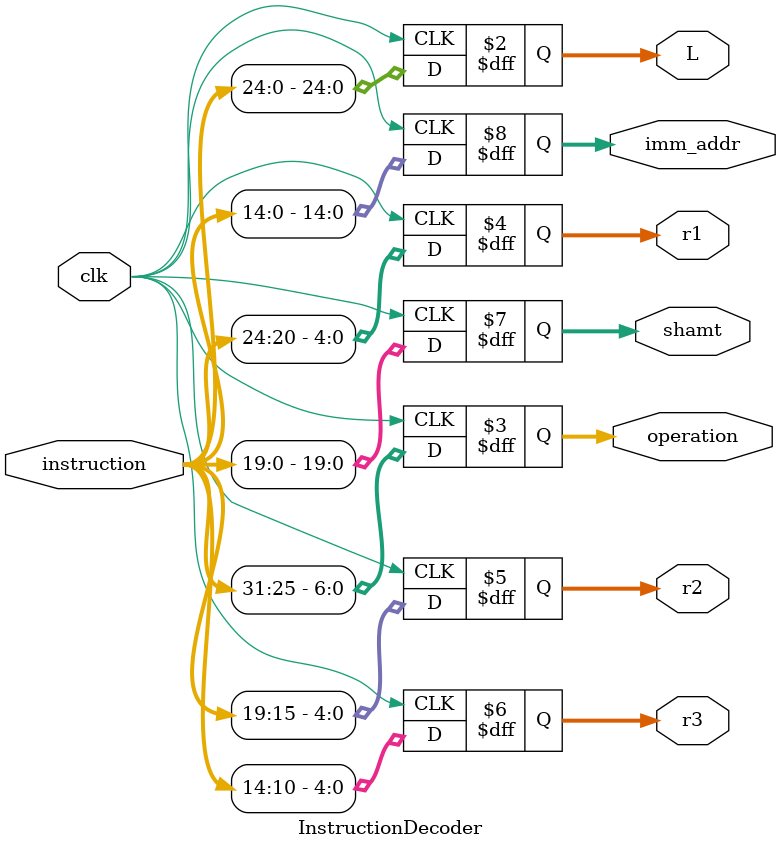
<source format=v>
`timescale 1ns / 1ps
module InstructionDecoder(
    input [31:0] instruction,
	 input clk,
	 output [6:0] operation,
	 output [4:0] r1,
	 output [4:0] r2, 
	 output [4:0] r3,
	 output [24:0] L,
	 output [19:0] shamt,
	 output [14:0]imm_addr
    );
	
	//Outputs
	//first 7 bits (31 - 25) to control, basically its a wire connection [operation] {Control}
		//controller will decide which module is going to act
	// next 5 bits (24 - 20) for the register 1 [r1] |
	// next 5 bits (19 - 15) for the register 2 [r2] | -> {Registers}
	// next 5 bits (14 - 10) for the register 3 [r3] |
	// if it is afn unconditional jump, feed the bits (24 - 0) to the ALU [L] {pc incrementor}
	// immediate values in bits (19 - 0) [shamt]{ALU}
	// immediate values in bits (14 - 0) [imm_addr] {ALU}
	
	always @ ( posedge clk ) begin
		operation<= instruction[31:25];
		r1<= instruction[24:20];
		r2<= instruction[19:15];
		r3<= instruction[14:10];
		L<= instruction[24:0];
		shamt<= instruction[19:0];
		imm_addr<= instruction[14:0];
	end

endmodule

</source>
